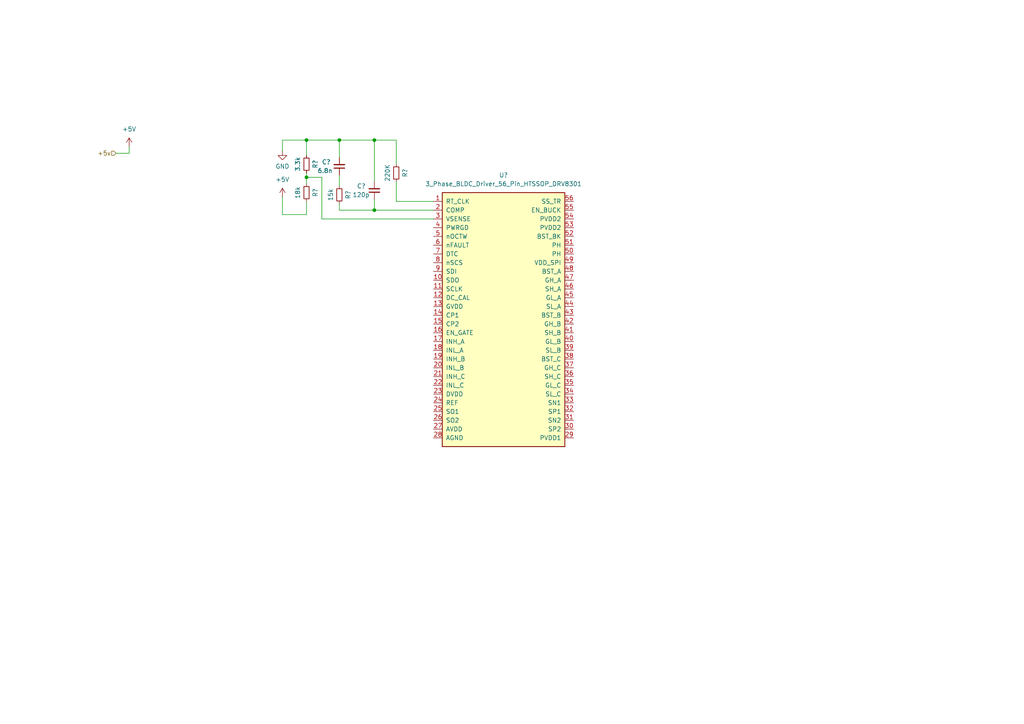
<source format=kicad_sch>
(kicad_sch (version 20211123) (generator eeschema)

  (uuid bc81d751-a5f1-4f49-b878-909e44cb6f06)

  (paper "A4")

  (lib_symbols
    (symbol "Device:C_Small" (pin_numbers hide) (pin_names (offset 0.254) hide) (in_bom yes) (on_board yes)
      (property "Reference" "C" (id 0) (at 0.254 1.778 0)
        (effects (font (size 1.27 1.27)) (justify left))
      )
      (property "Value" "C_Small" (id 1) (at 0.254 -2.032 0)
        (effects (font (size 1.27 1.27)) (justify left))
      )
      (property "Footprint" "" (id 2) (at 0 0 0)
        (effects (font (size 1.27 1.27)) hide)
      )
      (property "Datasheet" "~" (id 3) (at 0 0 0)
        (effects (font (size 1.27 1.27)) hide)
      )
      (property "ki_keywords" "capacitor cap" (id 4) (at 0 0 0)
        (effects (font (size 1.27 1.27)) hide)
      )
      (property "ki_description" "Unpolarized capacitor, small symbol" (id 5) (at 0 0 0)
        (effects (font (size 1.27 1.27)) hide)
      )
      (property "ki_fp_filters" "C_*" (id 6) (at 0 0 0)
        (effects (font (size 1.27 1.27)) hide)
      )
      (symbol "C_Small_0_1"
        (polyline
          (pts
            (xy -1.524 -0.508)
            (xy 1.524 -0.508)
          )
          (stroke (width 0.3302) (type default) (color 0 0 0 0))
          (fill (type none))
        )
        (polyline
          (pts
            (xy -1.524 0.508)
            (xy 1.524 0.508)
          )
          (stroke (width 0.3048) (type default) (color 0 0 0 0))
          (fill (type none))
        )
      )
      (symbol "C_Small_1_1"
        (pin passive line (at 0 2.54 270) (length 2.032)
          (name "~" (effects (font (size 1.27 1.27))))
          (number "1" (effects (font (size 1.27 1.27))))
        )
        (pin passive line (at 0 -2.54 90) (length 2.032)
          (name "~" (effects (font (size 1.27 1.27))))
          (number "2" (effects (font (size 1.27 1.27))))
        )
      )
    )
    (symbol "Device:R_Small" (pin_numbers hide) (pin_names (offset 0.254) hide) (in_bom yes) (on_board yes)
      (property "Reference" "R" (id 0) (at 0.762 0.508 0)
        (effects (font (size 1.27 1.27)) (justify left))
      )
      (property "Value" "R_Small" (id 1) (at 0.762 -1.016 0)
        (effects (font (size 1.27 1.27)) (justify left))
      )
      (property "Footprint" "" (id 2) (at 0 0 0)
        (effects (font (size 1.27 1.27)) hide)
      )
      (property "Datasheet" "~" (id 3) (at 0 0 0)
        (effects (font (size 1.27 1.27)) hide)
      )
      (property "ki_keywords" "R resistor" (id 4) (at 0 0 0)
        (effects (font (size 1.27 1.27)) hide)
      )
      (property "ki_description" "Resistor, small symbol" (id 5) (at 0 0 0)
        (effects (font (size 1.27 1.27)) hide)
      )
      (property "ki_fp_filters" "R_*" (id 6) (at 0 0 0)
        (effects (font (size 1.27 1.27)) hide)
      )
      (symbol "R_Small_0_1"
        (rectangle (start -0.762 1.778) (end 0.762 -1.778)
          (stroke (width 0.2032) (type default) (color 0 0 0 0))
          (fill (type none))
        )
      )
      (symbol "R_Small_1_1"
        (pin passive line (at 0 2.54 270) (length 0.762)
          (name "~" (effects (font (size 1.27 1.27))))
          (number "1" (effects (font (size 1.27 1.27))))
        )
        (pin passive line (at 0 -2.54 90) (length 0.762)
          (name "~" (effects (font (size 1.27 1.27))))
          (number "2" (effects (font (size 1.27 1.27))))
        )
      )
    )
    (symbol "_teo_ic-other:3_Phase_BLDC_Driver_56_Pin_HTSSOP_DRV8301" (pin_names (offset 1.016)) (in_bom yes) (on_board yes)
      (property "Reference" "U" (id 0) (at -17.78 36.83 0)
        (effects (font (size 1.27 1.27)) (justify left))
      )
      (property "Value" "3_Phase_BLDC_Driver_56_Pin_HTSSOP_DRV8301" (id 1) (at -17.78 -40.64 0)
        (effects (font (size 1.27 1.27)) (justify left))
      )
      (property "Footprint" "Package_DFN_QFN:Texas_S-PVQFN-N40_EP3.52x2.62mm" (id 2) (at 0 -45.72 0)
        (effects (font (size 1.27 1.27)) hide)
      )
      (property "Datasheet" "http://www.ti.com/lit/ds/symlink/drv8308.pdf" (id 3) (at -17.78 36.83 0)
        (effects (font (size 1.27 1.27)) hide)
      )
      (property "ki_keywords" "bldc mosfet-driver hall-sensor" (id 4) (at 0 0 0)
        (effects (font (size 1.27 1.27)) hide)
      )
      (property "ki_description" "Brushless DC motor controller, closed loop, hall sensor inputs, current limiting, SPI interface" (id 5) (at 0 0 0)
        (effects (font (size 1.27 1.27)) hide)
      )
      (property "ki_fp_filters" "Texas*S*PVQFN*N40*3.52x2.62mm*" (id 6) (at 0 0 0)
        (effects (font (size 1.27 1.27)) hide)
      )
      (symbol "3_Phase_BLDC_Driver_56_Pin_HTSSOP_DRV8301_0_1"
        (rectangle (start -17.78 35.56) (end 17.78 -38.1)
          (stroke (width 0.254) (type default) (color 0 0 0 0))
          (fill (type background))
        )
      )
      (symbol "3_Phase_BLDC_Driver_56_Pin_HTSSOP_DRV8301_1_1"
        (pin input line (at -20.32 33.02 0) (length 2.54)
          (name "RT_CLK" (effects (font (size 1.27 1.27))))
          (number "1" (effects (font (size 1.27 1.27))))
        )
        (pin input line (at -20.32 10.16 0) (length 2.54)
          (name "SDO" (effects (font (size 1.27 1.27))))
          (number "10" (effects (font (size 1.27 1.27))))
        )
        (pin input line (at -20.32 7.62 0) (length 2.54)
          (name "SCLK" (effects (font (size 1.27 1.27))))
          (number "11" (effects (font (size 1.27 1.27))))
        )
        (pin input line (at -20.32 5.08 0) (length 2.54)
          (name "DC_CAL" (effects (font (size 1.27 1.27))))
          (number "12" (effects (font (size 1.27 1.27))))
        )
        (pin power_out line (at -20.32 2.54 0) (length 2.54)
          (name "GVDD" (effects (font (size 1.27 1.27))))
          (number "13" (effects (font (size 1.27 1.27))))
        )
        (pin bidirectional line (at -20.32 0 0) (length 2.54)
          (name "CP1" (effects (font (size 1.27 1.27))))
          (number "14" (effects (font (size 1.27 1.27))))
        )
        (pin bidirectional line (at -20.32 -2.54 0) (length 2.54)
          (name "CP2" (effects (font (size 1.27 1.27))))
          (number "15" (effects (font (size 1.27 1.27))))
        )
        (pin input line (at -20.32 -5.08 0) (length 2.54)
          (name "EN_GATE" (effects (font (size 1.27 1.27))))
          (number "16" (effects (font (size 1.27 1.27))))
        )
        (pin input line (at -20.32 -7.62 0) (length 2.54)
          (name "INH_A" (effects (font (size 1.27 1.27))))
          (number "17" (effects (font (size 1.27 1.27))))
        )
        (pin input line (at -20.32 -10.16 0) (length 2.54)
          (name "INL_A" (effects (font (size 1.27 1.27))))
          (number "18" (effects (font (size 1.27 1.27))))
        )
        (pin input line (at -20.32 -12.7 0) (length 2.54)
          (name "INH_B" (effects (font (size 1.27 1.27))))
          (number "19" (effects (font (size 1.27 1.27))))
        )
        (pin input line (at -20.32 30.48 0) (length 2.54)
          (name "COMP" (effects (font (size 1.27 1.27))))
          (number "2" (effects (font (size 1.27 1.27))))
        )
        (pin input line (at -20.32 -15.24 0) (length 2.54)
          (name "INL_B" (effects (font (size 1.27 1.27))))
          (number "20" (effects (font (size 1.27 1.27))))
        )
        (pin input line (at -20.32 -17.78 0) (length 2.54)
          (name "INH_C" (effects (font (size 1.27 1.27))))
          (number "21" (effects (font (size 1.27 1.27))))
        )
        (pin input line (at -20.32 -20.32 0) (length 2.54)
          (name "INL_C" (effects (font (size 1.27 1.27))))
          (number "22" (effects (font (size 1.27 1.27))))
        )
        (pin power_out line (at -20.32 -22.86 0) (length 2.54)
          (name "DVDD" (effects (font (size 1.27 1.27))))
          (number "23" (effects (font (size 1.27 1.27))))
        )
        (pin power_in line (at -20.32 -25.4 0) (length 2.54)
          (name "REF" (effects (font (size 1.27 1.27))))
          (number "24" (effects (font (size 1.27 1.27))))
        )
        (pin power_in line (at -20.32 -27.94 0) (length 2.54)
          (name "SO1" (effects (font (size 1.27 1.27))))
          (number "25" (effects (font (size 1.27 1.27))))
        )
        (pin power_in line (at -20.32 -30.48 0) (length 2.54)
          (name "SO2" (effects (font (size 1.27 1.27))))
          (number "26" (effects (font (size 1.27 1.27))))
        )
        (pin power_in line (at -20.32 -33.02 0) (length 2.54)
          (name "AVDD" (effects (font (size 1.27 1.27))))
          (number "27" (effects (font (size 1.27 1.27))))
        )
        (pin power_in line (at -20.32 -35.56 0) (length 2.54)
          (name "AGND" (effects (font (size 1.27 1.27))))
          (number "28" (effects (font (size 1.27 1.27))))
        )
        (pin power_in line (at 20.32 -35.56 180) (length 2.54)
          (name "PVDD1" (effects (font (size 1.27 1.27))))
          (number "29" (effects (font (size 1.27 1.27))))
        )
        (pin input line (at -20.32 27.94 0) (length 2.54)
          (name "VSENSE" (effects (font (size 1.27 1.27))))
          (number "3" (effects (font (size 1.27 1.27))))
        )
        (pin input line (at 20.32 -33.02 180) (length 2.54)
          (name "SP2" (effects (font (size 1.27 1.27))))
          (number "30" (effects (font (size 1.27 1.27))))
        )
        (pin input line (at 20.32 -30.48 180) (length 2.54)
          (name "SN2" (effects (font (size 1.27 1.27))))
          (number "31" (effects (font (size 1.27 1.27))))
        )
        (pin input line (at 20.32 -27.94 180) (length 2.54)
          (name "SP1" (effects (font (size 1.27 1.27))))
          (number "32" (effects (font (size 1.27 1.27))))
        )
        (pin input line (at 20.32 -25.4 180) (length 2.54)
          (name "SN1" (effects (font (size 1.27 1.27))))
          (number "33" (effects (font (size 1.27 1.27))))
        )
        (pin bidirectional line (at 20.32 -22.86 180) (length 2.54)
          (name "SL_C" (effects (font (size 1.27 1.27))))
          (number "34" (effects (font (size 1.27 1.27))))
        )
        (pin bidirectional line (at 20.32 -20.32 180) (length 2.54)
          (name "GL_C" (effects (font (size 1.27 1.27))))
          (number "35" (effects (font (size 1.27 1.27))))
        )
        (pin bidirectional line (at 20.32 -17.78 180) (length 2.54)
          (name "SH_C" (effects (font (size 1.27 1.27))))
          (number "36" (effects (font (size 1.27 1.27))))
        )
        (pin bidirectional line (at 20.32 -15.24 180) (length 2.54)
          (name "GH_C" (effects (font (size 1.27 1.27))))
          (number "37" (effects (font (size 1.27 1.27))))
        )
        (pin power_out line (at 20.32 -12.7 180) (length 2.54)
          (name "BST_C" (effects (font (size 1.27 1.27))))
          (number "38" (effects (font (size 1.27 1.27))))
        )
        (pin bidirectional line (at 20.32 -10.16 180) (length 2.54)
          (name "SL_B" (effects (font (size 1.27 1.27))))
          (number "39" (effects (font (size 1.27 1.27))))
        )
        (pin open_collector line (at -20.32 25.4 0) (length 2.54)
          (name "PWRGD" (effects (font (size 1.27 1.27))))
          (number "4" (effects (font (size 1.27 1.27))))
        )
        (pin bidirectional line (at 20.32 -7.62 180) (length 2.54)
          (name "GL_B" (effects (font (size 1.27 1.27))))
          (number "40" (effects (font (size 1.27 1.27))))
        )
        (pin bidirectional line (at 20.32 -5.08 180) (length 2.54)
          (name "SH_B" (effects (font (size 1.27 1.27))))
          (number "41" (effects (font (size 1.27 1.27))))
        )
        (pin bidirectional line (at 20.32 -2.54 180) (length 2.54)
          (name "GH_B" (effects (font (size 1.27 1.27))))
          (number "42" (effects (font (size 1.27 1.27))))
        )
        (pin power_out line (at 20.32 0 180) (length 2.54)
          (name "BST_B" (effects (font (size 1.27 1.27))))
          (number "43" (effects (font (size 1.27 1.27))))
        )
        (pin bidirectional line (at 20.32 2.54 180) (length 2.54)
          (name "SL_A" (effects (font (size 1.27 1.27))))
          (number "44" (effects (font (size 1.27 1.27))))
        )
        (pin bidirectional line (at 20.32 5.08 180) (length 2.54)
          (name "GL_A" (effects (font (size 1.27 1.27))))
          (number "45" (effects (font (size 1.27 1.27))))
        )
        (pin bidirectional line (at 20.32 7.62 180) (length 2.54)
          (name "SH_A" (effects (font (size 1.27 1.27))))
          (number "46" (effects (font (size 1.27 1.27))))
        )
        (pin bidirectional line (at 20.32 10.16 180) (length 2.54)
          (name "GH_A" (effects (font (size 1.27 1.27))))
          (number "47" (effects (font (size 1.27 1.27))))
        )
        (pin power_out line (at 20.32 12.7 180) (length 2.54)
          (name "BST_A" (effects (font (size 1.27 1.27))))
          (number "48" (effects (font (size 1.27 1.27))))
        )
        (pin power_in line (at 20.32 15.24 180) (length 2.54)
          (name "VDD_SPI" (effects (font (size 1.27 1.27))))
          (number "49" (effects (font (size 1.27 1.27))))
        )
        (pin open_collector line (at -20.32 22.86 0) (length 2.54)
          (name "nOCTW" (effects (font (size 1.27 1.27))))
          (number "5" (effects (font (size 1.27 1.27))))
        )
        (pin power_out line (at 20.32 17.78 180) (length 2.54)
          (name "PH" (effects (font (size 1.27 1.27))))
          (number "50" (effects (font (size 1.27 1.27))))
        )
        (pin power_out line (at 20.32 20.32 180) (length 2.54)
          (name "PH" (effects (font (size 1.27 1.27))))
          (number "51" (effects (font (size 1.27 1.27))))
        )
        (pin power_out line (at 20.32 22.86 180) (length 2.54)
          (name "BST_BK" (effects (font (size 1.27 1.27))))
          (number "52" (effects (font (size 1.27 1.27))))
        )
        (pin power_in line (at 20.32 25.4 180) (length 2.54)
          (name "PVDD2" (effects (font (size 1.27 1.27))))
          (number "53" (effects (font (size 1.27 1.27))))
        )
        (pin power_in line (at 20.32 27.94 180) (length 2.54)
          (name "PVDD2" (effects (font (size 1.27 1.27))))
          (number "54" (effects (font (size 1.27 1.27))))
        )
        (pin input line (at 20.32 30.48 180) (length 2.54)
          (name "EN_BUCK" (effects (font (size 1.27 1.27))))
          (number "55" (effects (font (size 1.27 1.27))))
        )
        (pin power_out line (at 20.32 33.02 180) (length 2.54)
          (name "SS_TR" (effects (font (size 1.27 1.27))))
          (number "56" (effects (font (size 1.27 1.27))))
        )
        (pin open_collector line (at -20.32 20.32 0) (length 2.54)
          (name "nFAULT" (effects (font (size 1.27 1.27))))
          (number "6" (effects (font (size 1.27 1.27))))
        )
        (pin input line (at -20.32 17.78 0) (length 2.54)
          (name "DTC" (effects (font (size 1.27 1.27))))
          (number "7" (effects (font (size 1.27 1.27))))
        )
        (pin power_in line (at -20.32 15.24 0) (length 2.54)
          (name "nSCS" (effects (font (size 1.27 1.27))))
          (number "8" (effects (font (size 1.27 1.27))))
        )
        (pin input line (at -20.32 12.7 0) (length 2.54)
          (name "SDI" (effects (font (size 1.27 1.27))))
          (number "9" (effects (font (size 1.27 1.27))))
        )
      )
    )
    (symbol "power:+5V" (power) (pin_names (offset 0)) (in_bom yes) (on_board yes)
      (property "Reference" "#PWR" (id 0) (at 0 -3.81 0)
        (effects (font (size 1.27 1.27)) hide)
      )
      (property "Value" "+5V" (id 1) (at 0 3.556 0)
        (effects (font (size 1.27 1.27)))
      )
      (property "Footprint" "" (id 2) (at 0 0 0)
        (effects (font (size 1.27 1.27)) hide)
      )
      (property "Datasheet" "" (id 3) (at 0 0 0)
        (effects (font (size 1.27 1.27)) hide)
      )
      (property "ki_keywords" "power-flag" (id 4) (at 0 0 0)
        (effects (font (size 1.27 1.27)) hide)
      )
      (property "ki_description" "Power symbol creates a global label with name \"+5V\"" (id 5) (at 0 0 0)
        (effects (font (size 1.27 1.27)) hide)
      )
      (symbol "+5V_0_1"
        (polyline
          (pts
            (xy -0.762 1.27)
            (xy 0 2.54)
          )
          (stroke (width 0) (type default) (color 0 0 0 0))
          (fill (type none))
        )
        (polyline
          (pts
            (xy 0 0)
            (xy 0 2.54)
          )
          (stroke (width 0) (type default) (color 0 0 0 0))
          (fill (type none))
        )
        (polyline
          (pts
            (xy 0 2.54)
            (xy 0.762 1.27)
          )
          (stroke (width 0) (type default) (color 0 0 0 0))
          (fill (type none))
        )
      )
      (symbol "+5V_1_1"
        (pin power_in line (at 0 0 90) (length 0) hide
          (name "+5V" (effects (font (size 1.27 1.27))))
          (number "1" (effects (font (size 1.27 1.27))))
        )
      )
    )
    (symbol "power:GND" (power) (pin_names (offset 0)) (in_bom yes) (on_board yes)
      (property "Reference" "#PWR" (id 0) (at 0 -6.35 0)
        (effects (font (size 1.27 1.27)) hide)
      )
      (property "Value" "GND" (id 1) (at 0 -3.81 0)
        (effects (font (size 1.27 1.27)))
      )
      (property "Footprint" "" (id 2) (at 0 0 0)
        (effects (font (size 1.27 1.27)) hide)
      )
      (property "Datasheet" "" (id 3) (at 0 0 0)
        (effects (font (size 1.27 1.27)) hide)
      )
      (property "ki_keywords" "power-flag" (id 4) (at 0 0 0)
        (effects (font (size 1.27 1.27)) hide)
      )
      (property "ki_description" "Power symbol creates a global label with name \"GND\" , ground" (id 5) (at 0 0 0)
        (effects (font (size 1.27 1.27)) hide)
      )
      (symbol "GND_0_1"
        (polyline
          (pts
            (xy 0 0)
            (xy 0 -1.27)
            (xy 1.27 -1.27)
            (xy 0 -2.54)
            (xy -1.27 -1.27)
            (xy 0 -1.27)
          )
          (stroke (width 0) (type default) (color 0 0 0 0))
          (fill (type none))
        )
      )
      (symbol "GND_1_1"
        (pin power_in line (at 0 0 270) (length 0) hide
          (name "GND" (effects (font (size 1.27 1.27))))
          (number "1" (effects (font (size 1.27 1.27))))
        )
      )
    )
  )

  (junction (at 98.425 40.64) (diameter 0) (color 0 0 0 0)
    (uuid 0163d0b9-5104-4d0a-9bb8-f4c1ae15c041)
  )
  (junction (at 88.9 51.435) (diameter 0) (color 0 0 0 0)
    (uuid 135739c2-163a-4712-932b-cb83cf67b4ae)
  )
  (junction (at 108.585 60.96) (diameter 0) (color 0 0 0 0)
    (uuid 24c8c570-e285-4303-a048-47cb3fb7cc9e)
  )
  (junction (at 108.585 40.64) (diameter 0) (color 0 0 0 0)
    (uuid 28bdd52e-2112-40df-98bc-b646ae60116a)
  )
  (junction (at 88.9 40.64) (diameter 0) (color 0 0 0 0)
    (uuid 4cd9e28b-1584-4957-95e6-53a6cf777b78)
  )

  (wire (pts (xy 81.915 40.64) (xy 81.915 43.815))
    (stroke (width 0) (type default) (color 0 0 0 0))
    (uuid 0edab1c9-c556-4eec-b1b6-1630a781e43c)
  )
  (wire (pts (xy 98.425 40.64) (xy 108.585 40.64))
    (stroke (width 0) (type default) (color 0 0 0 0))
    (uuid 1039925d-1f14-414b-b993-98702cd5f8c8)
  )
  (wire (pts (xy 98.425 59.055) (xy 98.425 60.96))
    (stroke (width 0) (type default) (color 0 0 0 0))
    (uuid 117a411d-62e6-4927-9493-3ccdc15f7142)
  )
  (wire (pts (xy 81.915 57.15) (xy 81.915 62.23))
    (stroke (width 0) (type default) (color 0 0 0 0))
    (uuid 17d8a96a-bf35-4383-9810-7f7dbe7256f1)
  )
  (wire (pts (xy 108.585 40.64) (xy 114.935 40.64))
    (stroke (width 0) (type default) (color 0 0 0 0))
    (uuid 1f3bc4b3-b069-4e03-a99e-aac180a0db8a)
  )
  (wire (pts (xy 88.9 51.435) (xy 93.345 51.435))
    (stroke (width 0) (type default) (color 0 0 0 0))
    (uuid 260b1f2a-7549-4791-9d3c-7e77b9e4b3bc)
  )
  (wire (pts (xy 88.9 58.42) (xy 88.9 62.23))
    (stroke (width 0) (type default) (color 0 0 0 0))
    (uuid 36601646-7ea2-4ea6-9e36-d555e69a5343)
  )
  (wire (pts (xy 33.655 44.45) (xy 37.465 44.45))
    (stroke (width 0) (type default) (color 0 0 0 0))
    (uuid 38a2cd53-62e6-4d75-b8c9-b80eb4a62560)
  )
  (wire (pts (xy 88.9 40.64) (xy 81.915 40.64))
    (stroke (width 0) (type default) (color 0 0 0 0))
    (uuid 5419984a-7f97-4b91-a6d2-942a5ab73c91)
  )
  (wire (pts (xy 93.345 63.5) (xy 125.73 63.5))
    (stroke (width 0) (type default) (color 0 0 0 0))
    (uuid 5950f61a-7473-4c7d-8e80-c32e577a19d4)
  )
  (wire (pts (xy 88.9 62.23) (xy 81.915 62.23))
    (stroke (width 0) (type default) (color 0 0 0 0))
    (uuid 5cc096d3-57c7-4d30-9542-199850359b96)
  )
  (wire (pts (xy 88.9 51.435) (xy 88.9 53.34))
    (stroke (width 0) (type default) (color 0 0 0 0))
    (uuid 7a6cae54-ce5c-491d-84e9-0f895a13e346)
  )
  (wire (pts (xy 125.73 58.42) (xy 114.935 58.42))
    (stroke (width 0) (type default) (color 0 0 0 0))
    (uuid 7b8336b8-a541-4174-9bdf-6f87b3b8df55)
  )
  (wire (pts (xy 98.425 40.64) (xy 88.9 40.64))
    (stroke (width 0) (type default) (color 0 0 0 0))
    (uuid 8aa78cf3-4ff8-4515-ac0e-9076f0b61329)
  )
  (wire (pts (xy 88.9 45.085) (xy 88.9 40.64))
    (stroke (width 0) (type default) (color 0 0 0 0))
    (uuid 93e49c62-018e-4054-82b3-e5ecdf355e36)
  )
  (wire (pts (xy 108.585 60.96) (xy 125.73 60.96))
    (stroke (width 0) (type default) (color 0 0 0 0))
    (uuid 9b21d0c4-9189-4266-b0be-c9ea3d5b4188)
  )
  (wire (pts (xy 108.585 57.785) (xy 108.585 60.96))
    (stroke (width 0) (type default) (color 0 0 0 0))
    (uuid 9d3d077d-d2a6-473f-a561-d8ee62d87e84)
  )
  (wire (pts (xy 98.425 60.96) (xy 108.585 60.96))
    (stroke (width 0) (type default) (color 0 0 0 0))
    (uuid a94be5cc-8b03-427c-9670-a559e8c1e044)
  )
  (wire (pts (xy 37.465 44.45) (xy 37.465 42.545))
    (stroke (width 0) (type default) (color 0 0 0 0))
    (uuid ac8a6dac-f30f-4cd8-9338-32d58026abfa)
  )
  (wire (pts (xy 114.935 58.42) (xy 114.935 52.705))
    (stroke (width 0) (type default) (color 0 0 0 0))
    (uuid b19ff625-bd07-42c0-82db-821b5f2d8b53)
  )
  (wire (pts (xy 98.425 40.64) (xy 98.425 45.72))
    (stroke (width 0) (type default) (color 0 0 0 0))
    (uuid b9424da6-da14-485a-9834-903c156425a0)
  )
  (wire (pts (xy 93.345 51.435) (xy 93.345 63.5))
    (stroke (width 0) (type default) (color 0 0 0 0))
    (uuid befaea76-7b80-499e-ab5d-25df6279166b)
  )
  (wire (pts (xy 98.425 50.8) (xy 98.425 53.975))
    (stroke (width 0) (type default) (color 0 0 0 0))
    (uuid bf890453-6936-4820-9109-5f9490d115ef)
  )
  (wire (pts (xy 88.9 50.165) (xy 88.9 51.435))
    (stroke (width 0) (type default) (color 0 0 0 0))
    (uuid c3ba31d8-c236-4033-9dff-238e84ff5111)
  )
  (wire (pts (xy 114.935 47.625) (xy 114.935 40.64))
    (stroke (width 0) (type default) (color 0 0 0 0))
    (uuid ca3e57e8-bcc1-4b73-bfcf-b8f0c53babc7)
  )
  (wire (pts (xy 108.585 40.64) (xy 108.585 52.705))
    (stroke (width 0) (type default) (color 0 0 0 0))
    (uuid fe5c15bf-77b0-4ada-9c75-8c5ef62bc267)
  )

  (hierarchical_label "+5v" (shape input) (at 33.655 44.45 180)
    (effects (font (size 1.27 1.27)) (justify right))
    (uuid 4e5ad959-dff7-4a9e-a8df-f0d052ca51e7)
  )

  (symbol (lib_id "power:+5V") (at 37.465 42.545 0) (unit 1)
    (in_bom yes) (on_board yes) (fields_autoplaced)
    (uuid 374f5874-5eb5-451d-89d7-4bf613cb4d37)
    (property "Reference" "#PWR?" (id 0) (at 37.465 46.355 0)
      (effects (font (size 1.27 1.27)) hide)
    )
    (property "Value" "+5V" (id 1) (at 37.465 37.465 0))
    (property "Footprint" "" (id 2) (at 37.465 42.545 0)
      (effects (font (size 1.27 1.27)) hide)
    )
    (property "Datasheet" "" (id 3) (at 37.465 42.545 0)
      (effects (font (size 1.27 1.27)) hide)
    )
    (pin "1" (uuid 0a35e5c0-68fc-4c99-9a29-b04b9e501130))
  )

  (symbol (lib_id "Device:R_Small") (at 114.935 50.165 180) (unit 1)
    (in_bom yes) (on_board yes)
    (uuid 6e815632-21b1-4e67-94dc-7207ea9de476)
    (property "Reference" "R?" (id 0) (at 117.475 50.165 90))
    (property "Value" "220K" (id 1) (at 112.395 50.165 90))
    (property "Footprint" "Resistor_SMD:R_0603_1608Metric_Pad0.98x0.95mm_HandSolder" (id 2) (at 114.935 50.165 0)
      (effects (font (size 1.27 1.27)) hide)
    )
    (property "Datasheet" "~" (id 3) (at 114.935 50.165 0)
      (effects (font (size 1.27 1.27)) hide)
    )
    (pin "1" (uuid 5eea8df1-183b-4eac-a469-f6221ad3b022))
    (pin "2" (uuid c5b3b54e-198e-4a2f-a5cb-9b72a497db3a))
  )

  (symbol (lib_id "_teo_ic-other:3_Phase_BLDC_Driver_56_Pin_HTSSOP_DRV8301") (at 146.05 91.44 0) (unit 1)
    (in_bom yes) (on_board yes) (fields_autoplaced)
    (uuid 7e86f428-71bf-47fd-9ad3-14912ebd6758)
    (property "Reference" "U?" (id 0) (at 146.05 50.8 0))
    (property "Value" "3_Phase_BLDC_Driver_56_Pin_HTSSOP_DRV8301" (id 1) (at 146.05 53.34 0))
    (property "Footprint" "Package_DFN_QFN:Texas_S-PVQFN-N40_EP3.52x2.62mm" (id 2) (at 146.05 137.16 0)
      (effects (font (size 1.27 1.27)) hide)
    )
    (property "Datasheet" "http://www.ti.com/lit/ds/symlink/drv8308.pdf" (id 3) (at 128.27 54.61 0)
      (effects (font (size 1.27 1.27)) hide)
    )
    (pin "1" (uuid 266ca98f-8585-48b8-b2e1-bfd895dcfd9f))
    (pin "10" (uuid 28ba54b6-0525-4616-975d-900ab0c35e06))
    (pin "11" (uuid 04de769c-fe32-49ec-8b9a-3c2ef5ce27a2))
    (pin "12" (uuid 009b3ed7-6884-40bd-8dd5-2964672640cd))
    (pin "13" (uuid fa45bcc5-6627-4014-a78e-fa5f9ee6f1b9))
    (pin "14" (uuid 8f9d06a5-7d06-4412-8034-239e0298fe47))
    (pin "15" (uuid bae938ee-bc3a-43b6-a92b-25050f70ad60))
    (pin "16" (uuid 98b4ff82-5702-45d9-9723-e740ba13ac2e))
    (pin "17" (uuid b09f837c-6ad5-4440-82ab-95b530bc461c))
    (pin "18" (uuid 401f77d0-8a51-4176-94df-6f298f72e8cb))
    (pin "19" (uuid 1a1057aa-1285-4650-a20e-48790afb57fc))
    (pin "2" (uuid a6e19b38-6360-4511-81c0-83949312fed3))
    (pin "20" (uuid 3cb4f476-cd74-4946-a785-3515220b8bb1))
    (pin "21" (uuid 278cb7f3-21bf-4660-9adb-651a4069707e))
    (pin "22" (uuid d486bc85-4760-4152-a25e-db3cf2bffea9))
    (pin "23" (uuid d347329e-9e2d-441a-9a23-47d9530db7ab))
    (pin "24" (uuid cacf69b7-5a97-4902-9695-85b1c4f90eb0))
    (pin "25" (uuid b1f0c0b2-b1e7-4078-9e19-89b633f4785e))
    (pin "26" (uuid bf71d463-5968-421e-b239-432c8286c8c5))
    (pin "27" (uuid 13552190-8dd0-40a9-95e1-5851846a7419))
    (pin "28" (uuid 333194ac-79ed-41fb-a227-b7340077a3d5))
    (pin "29" (uuid de0ac63b-3e3c-42d9-9f1c-7b294649af21))
    (pin "3" (uuid ee2fb8b3-baef-44b4-b698-bdd15fd7e86a))
    (pin "30" (uuid 2c721dd3-fe5f-44fa-8715-551bba285ae1))
    (pin "31" (uuid 1ffe9b02-89ca-4518-95ae-e241c69724a5))
    (pin "32" (uuid 31ed29c2-ad1f-4d49-a4aa-6c400ba5ac0c))
    (pin "33" (uuid 43e03712-84f2-4bf5-bcf3-827c9ca49917))
    (pin "34" (uuid e0bd6c06-e600-48e1-b386-244b33a8676b))
    (pin "35" (uuid 2033b8eb-16b5-4776-98a6-4de31d207d73))
    (pin "36" (uuid c8ea3c3f-9e2f-4398-86c8-b77ffec51e38))
    (pin "37" (uuid 9bf0a5b5-4162-4729-891d-dcdd47bfffe1))
    (pin "38" (uuid bee1464e-bcb0-4651-a422-75912eedc7d5))
    (pin "39" (uuid ddceea23-eda8-483b-8a33-2a833f7d8153))
    (pin "4" (uuid 0f3c8ed6-be2f-4e19-bc97-d15e8c5aace1))
    (pin "40" (uuid 5a2a3403-6b30-432c-ab0d-73b3d409959f))
    (pin "41" (uuid ed04712b-fd9c-4161-b25c-eefc547a7a2b))
    (pin "42" (uuid 7275579c-2e27-4cbc-8ec4-665c5737d9d9))
    (pin "43" (uuid 1654c7ae-0edf-4d7d-8961-c119a4e341a0))
    (pin "44" (uuid 400d98ac-cb0f-4464-9ccb-cd9e0b73d167))
    (pin "45" (uuid 486707f9-3563-4339-b503-9ca0dda9c394))
    (pin "46" (uuid bd53aa2b-7598-4d63-aa75-35de97676e91))
    (pin "47" (uuid c73f1e19-eda8-4638-bc49-eb72739d4a32))
    (pin "48" (uuid 81703a7c-36f4-48ce-9c27-cbef8ade2ccf))
    (pin "49" (uuid ff7665fc-ec42-4423-812d-b8cf001c1d48))
    (pin "5" (uuid 62840c6a-fecf-48d1-a4cb-690a6517e9bc))
    (pin "50" (uuid 95d06fdd-e3db-4006-812c-ba0d0b57f901))
    (pin "51" (uuid 89c013bb-aa96-462d-bd72-be51a7638ec3))
    (pin "52" (uuid 9ab23a94-f93e-42b5-adce-fd80b2fd45a9))
    (pin "53" (uuid ea67819b-b312-45e6-90f9-3d3a329d2e3e))
    (pin "54" (uuid 41407535-9af3-4ffb-91d7-8d785512ed8c))
    (pin "55" (uuid d8ab3842-58f9-48bd-8d4e-7074e6c1bfae))
    (pin "56" (uuid 5b43edbb-b3e0-4597-a1b6-38870c1dd321))
    (pin "6" (uuid b94c261f-e2c6-4807-87f1-9d9b518d168f))
    (pin "7" (uuid f5460732-ac52-436d-9c82-743a6837150f))
    (pin "8" (uuid ca882c5e-66f2-4b32-b2d1-95dd143d1ab7))
    (pin "9" (uuid 0ef2c1ae-4648-4971-9770-5a28f101cdf3))
  )

  (symbol (lib_id "power:GND") (at 81.915 43.815 0) (unit 1)
    (in_bom yes) (on_board yes) (fields_autoplaced)
    (uuid 8282ce0f-b83b-4912-8f50-4548184c4726)
    (property "Reference" "#PWR?" (id 0) (at 81.915 50.165 0)
      (effects (font (size 1.27 1.27)) hide)
    )
    (property "Value" "GND" (id 1) (at 81.915 48.26 0))
    (property "Footprint" "" (id 2) (at 81.915 43.815 0)
      (effects (font (size 1.27 1.27)) hide)
    )
    (property "Datasheet" "" (id 3) (at 81.915 43.815 0)
      (effects (font (size 1.27 1.27)) hide)
    )
    (pin "1" (uuid e61a9ba7-28dd-4561-946c-93d010775f9a))
  )

  (symbol (lib_id "Device:C_Small") (at 108.585 55.245 180) (unit 1)
    (in_bom yes) (on_board yes)
    (uuid 904ec833-3728-4ae4-9117-53a0e0cc6a5a)
    (property "Reference" "C?" (id 0) (at 103.505 53.975 0)
      (effects (font (size 1.27 1.27)) (justify right))
    )
    (property "Value" "120p" (id 1) (at 102.235 56.515 0)
      (effects (font (size 1.27 1.27)) (justify right))
    )
    (property "Footprint" "Capacitor_SMD:C_0603_1608Metric_Pad1.08x0.95mm_HandSolder" (id 2) (at 108.585 55.245 0)
      (effects (font (size 1.27 1.27)) hide)
    )
    (property "Datasheet" "~" (id 3) (at 108.585 55.245 0)
      (effects (font (size 1.27 1.27)) hide)
    )
    (pin "1" (uuid 0602fe3d-c5a0-4c5b-9db4-5aa7d93c15db))
    (pin "2" (uuid ab1fc452-2e19-484a-a687-b5fda5edb0d5))
  )

  (symbol (lib_id "power:+5V") (at 81.915 57.15 0) (unit 1)
    (in_bom yes) (on_board yes) (fields_autoplaced)
    (uuid a1dd70ce-a1a8-4c7e-b09b-04db8db8f094)
    (property "Reference" "#PWR?" (id 0) (at 81.915 60.96 0)
      (effects (font (size 1.27 1.27)) hide)
    )
    (property "Value" "+5V" (id 1) (at 81.915 52.07 0))
    (property "Footprint" "" (id 2) (at 81.915 57.15 0)
      (effects (font (size 1.27 1.27)) hide)
    )
    (property "Datasheet" "" (id 3) (at 81.915 57.15 0)
      (effects (font (size 1.27 1.27)) hide)
    )
    (pin "1" (uuid f96abe5e-3b21-4d6f-ba7b-7135b732fd5a))
  )

  (symbol (lib_id "Device:R_Small") (at 88.9 55.88 180) (unit 1)
    (in_bom yes) (on_board yes)
    (uuid ea318146-7fb1-4498-bad1-917aa3ffced3)
    (property "Reference" "R?" (id 0) (at 91.44 55.88 90))
    (property "Value" "18k" (id 1) (at 86.36 55.88 90))
    (property "Footprint" "Resistor_SMD:R_0603_1608Metric_Pad0.98x0.95mm_HandSolder" (id 2) (at 88.9 55.88 0)
      (effects (font (size 1.27 1.27)) hide)
    )
    (property "Datasheet" "~" (id 3) (at 88.9 55.88 0)
      (effects (font (size 1.27 1.27)) hide)
    )
    (pin "1" (uuid 94559783-2594-459a-b987-7598c3910488))
    (pin "2" (uuid f18a90b3-e218-426c-9ccb-38ea5d209851))
  )

  (symbol (lib_id "Device:R_Small") (at 88.9 47.625 180) (unit 1)
    (in_bom yes) (on_board yes)
    (uuid f73858e2-5da8-456e-9dda-ef8e9ab4f99d)
    (property "Reference" "R?" (id 0) (at 91.44 47.625 90))
    (property "Value" "3.3k" (id 1) (at 86.36 47.625 90))
    (property "Footprint" "Resistor_SMD:R_0603_1608Metric_Pad0.98x0.95mm_HandSolder" (id 2) (at 88.9 47.625 0)
      (effects (font (size 1.27 1.27)) hide)
    )
    (property "Datasheet" "~" (id 3) (at 88.9 47.625 0)
      (effects (font (size 1.27 1.27)) hide)
    )
    (pin "1" (uuid fc486074-5a61-4db9-bace-5c4e8709e5e0))
    (pin "2" (uuid 8eca477a-37f7-4f73-97e8-0c50b48b638a))
  )

  (symbol (lib_id "Device:R_Small") (at 98.425 56.515 180) (unit 1)
    (in_bom yes) (on_board yes)
    (uuid fe109fcb-0a3b-4bb3-9aca-df7eab201a0b)
    (property "Reference" "R?" (id 0) (at 100.965 56.515 90))
    (property "Value" "15k" (id 1) (at 95.885 56.515 90))
    (property "Footprint" "Resistor_SMD:R_0603_1608Metric_Pad0.98x0.95mm_HandSolder" (id 2) (at 98.425 56.515 0)
      (effects (font (size 1.27 1.27)) hide)
    )
    (property "Datasheet" "~" (id 3) (at 98.425 56.515 0)
      (effects (font (size 1.27 1.27)) hide)
    )
    (pin "1" (uuid e3c5ad2f-842c-46bc-9cc1-c3095dc49322))
    (pin "2" (uuid 63dcecad-6324-4d1b-bbef-feb06ffbd2a3))
  )

  (symbol (lib_id "Device:C_Small") (at 98.425 48.26 180) (unit 1)
    (in_bom yes) (on_board yes)
    (uuid ff2e30c6-d8ec-49dd-8abb-80e9a3f5c79d)
    (property "Reference" "C?" (id 0) (at 93.345 46.99 0)
      (effects (font (size 1.27 1.27)) (justify right))
    )
    (property "Value" "6.8n" (id 1) (at 92.075 49.53 0)
      (effects (font (size 1.27 1.27)) (justify right))
    )
    (property "Footprint" "Capacitor_SMD:C_0603_1608Metric_Pad1.08x0.95mm_HandSolder" (id 2) (at 98.425 48.26 0)
      (effects (font (size 1.27 1.27)) hide)
    )
    (property "Datasheet" "~" (id 3) (at 98.425 48.26 0)
      (effects (font (size 1.27 1.27)) hide)
    )
    (pin "1" (uuid b49ba984-9fd9-4e8d-b937-17657c8bb3cf))
    (pin "2" (uuid f3e52991-722c-47f8-9c8a-122d231441aa))
  )
)

</source>
